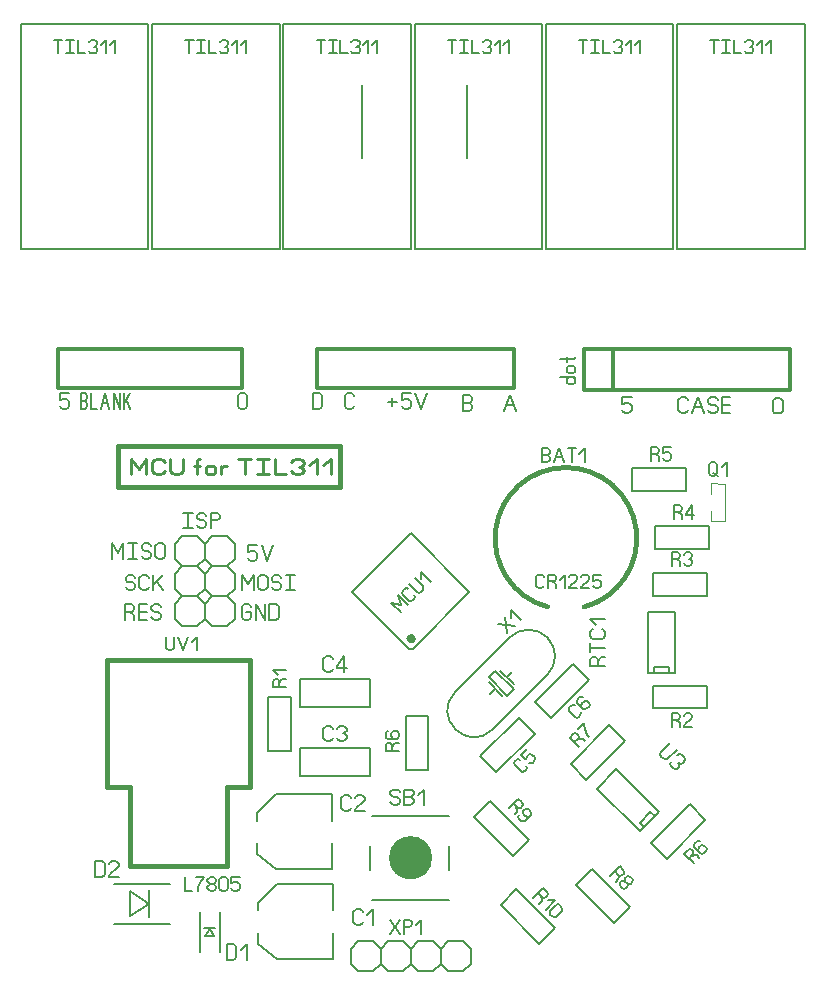
<source format=gbr>
%FSLAX34Y34*%
%MOMM*%
%LNSILK_TOP*%
G71*
G01*
%ADD10C, 0.200*%
%ADD11C, 0.167*%
%ADD12C, 0.238*%
%ADD13C, 0.144*%
%ADD14C, 0.300*%
%ADD15C, 0.150*%
%ADD16C, 0.400*%
%ADD17C, 0.100*%
%LPD*%
G54D10*
X158750Y1430275D02*
X266700Y1430275D01*
X266700Y1239775D01*
X158750Y1239775D01*
X158750Y1430275D01*
G54D11*
X532908Y1103124D02*
X532908Y1116457D01*
X537908Y1116457D01*
X539908Y1115624D01*
X540908Y1113957D01*
X540908Y1112291D01*
X539908Y1110624D01*
X537908Y1109791D01*
X539908Y1108957D01*
X540908Y1107291D01*
X540908Y1105624D01*
X539908Y1103957D01*
X537908Y1103124D01*
X532908Y1103124D01*
G54D11*
X532908Y1109791D02*
X537908Y1109791D01*
G54D11*
X567834Y1103124D02*
X572834Y1116457D01*
X577834Y1103124D01*
G54D11*
X569834Y1108124D02*
X575834Y1108124D01*
G54D11*
X723471Y1104036D02*
X722471Y1102370D01*
X720471Y1101536D01*
X718471Y1101536D01*
X716471Y1102370D01*
X715471Y1104036D01*
X715471Y1112370D01*
X716471Y1114036D01*
X718471Y1114870D01*
X720471Y1114870D01*
X722471Y1114036D01*
X723471Y1112370D01*
G54D11*
X727138Y1101536D02*
X732138Y1114870D01*
X737138Y1101536D01*
G54D11*
X729138Y1106536D02*
X735138Y1106536D01*
G54D11*
X740805Y1104036D02*
X741805Y1102370D01*
X743805Y1101536D01*
X745805Y1101536D01*
X747805Y1102370D01*
X748805Y1104036D01*
X748805Y1105703D01*
X747805Y1107370D01*
X745805Y1108203D01*
X743805Y1108203D01*
X741805Y1109036D01*
X740805Y1110703D01*
X740805Y1112370D01*
X741805Y1114036D01*
X743805Y1114870D01*
X745805Y1114870D01*
X747805Y1114036D01*
X748805Y1112370D01*
G54D11*
X759472Y1101536D02*
X752472Y1101536D01*
X752472Y1114870D01*
X759472Y1114870D01*
G54D11*
X752472Y1108203D02*
X759472Y1108203D01*
G54D11*
X440896Y1107212D02*
X439896Y1105545D01*
X437896Y1104712D01*
X435896Y1104712D01*
X433896Y1105545D01*
X432896Y1107212D01*
X432896Y1115545D01*
X433896Y1117212D01*
X435896Y1118045D01*
X437896Y1118045D01*
X439896Y1117212D01*
X440896Y1115545D01*
G54D11*
X405908Y1104712D02*
X405908Y1118045D01*
X410908Y1118045D01*
X412908Y1117212D01*
X413908Y1115545D01*
X413908Y1107212D01*
X412908Y1105545D01*
X410908Y1104712D01*
X405908Y1104712D01*
G54D12*
X251771Y1049149D02*
X251771Y1062482D01*
X258438Y1054149D01*
X265104Y1062482D01*
X265104Y1049149D01*
G54D12*
X280438Y1051649D02*
X279104Y1049982D01*
X276438Y1049149D01*
X273771Y1049149D01*
X271104Y1049982D01*
X269771Y1051649D01*
X269771Y1059982D01*
X271104Y1061649D01*
X273771Y1062482D01*
X276438Y1062482D01*
X279104Y1061649D01*
X280438Y1059982D01*
G54D12*
X285105Y1062482D02*
X285105Y1051649D01*
X286438Y1049982D01*
X289105Y1049149D01*
X291772Y1049149D01*
X294438Y1049982D01*
X295772Y1051649D01*
X295772Y1062482D01*
G54D12*
X308040Y1049149D02*
X308040Y1061649D01*
X309373Y1062482D01*
X310706Y1061982D01*
G54D12*
X305373Y1056649D02*
X310706Y1056649D01*
G54D12*
X323373Y1051149D02*
X323373Y1054482D01*
X322040Y1056149D01*
X319373Y1056649D01*
X316706Y1056149D01*
X315373Y1054482D01*
X315373Y1051149D01*
X316706Y1049482D01*
X319373Y1049149D01*
X322040Y1049482D01*
X323373Y1051149D01*
G54D12*
X328040Y1049149D02*
X328040Y1056649D01*
G54D12*
X328040Y1054982D02*
X330707Y1056649D01*
X333373Y1056649D01*
G54D12*
X348307Y1049149D02*
X348307Y1062482D01*
G54D12*
X342974Y1062482D02*
X353641Y1062482D01*
G54D12*
X358308Y1049149D02*
X368975Y1049149D01*
G54D12*
X363641Y1049149D02*
X363641Y1062482D01*
G54D12*
X358308Y1062482D02*
X368975Y1062482D01*
G54D12*
X373642Y1062482D02*
X373642Y1049149D01*
X382975Y1049149D01*
G54D12*
X387642Y1059982D02*
X388975Y1061649D01*
X391642Y1062482D01*
X394309Y1062482D01*
X396975Y1061649D01*
X398309Y1059982D01*
X398309Y1058316D01*
X396975Y1056649D01*
X394309Y1055816D01*
X396975Y1054982D01*
X398309Y1053316D01*
X398309Y1051649D01*
X396975Y1049982D01*
X394309Y1049149D01*
X391642Y1049149D01*
X388975Y1049982D01*
X387642Y1051649D01*
G54D12*
X402976Y1057482D02*
X409643Y1062482D01*
X409643Y1049149D01*
G54D12*
X414310Y1057482D02*
X420977Y1062482D01*
X420977Y1049149D01*
G54D11*
X803640Y1111576D02*
X803640Y1103243D01*
X802640Y1101576D01*
X800640Y1100743D01*
X798640Y1100743D01*
X796640Y1101576D01*
X795640Y1103243D01*
X795640Y1111576D01*
X796640Y1113243D01*
X798640Y1114076D01*
X800640Y1114076D01*
X802640Y1113243D01*
X803640Y1111576D01*
G54D11*
X675846Y1114870D02*
X667846Y1114870D01*
X667846Y1109036D01*
X668846Y1109036D01*
X670846Y1109870D01*
X672846Y1109870D01*
X674846Y1109036D01*
X675846Y1107370D01*
X675846Y1104036D01*
X674846Y1102370D01*
X672846Y1101536D01*
X670846Y1101536D01*
X668846Y1102370D01*
X667846Y1104036D01*
G54D10*
X487633Y901750D02*
X439549Y949833D01*
X489047Y999331D01*
X538544Y949833D01*
X490461Y901750D01*
X487633Y901750D01*
G54D10*
G75*
G01X492372Y910085D02*
G03X492372Y910085I-3175J0D01*
G01*
G36*
G75*
G01X492372Y910085D02*
G03X492372Y910085I-3175J0D01*
G01*
G37*
X492372Y910085D01*
G54D13*
X480283Y932465D02*
X472112Y940636D01*
X480283Y938594D01*
X478241Y946765D01*
X486412Y938594D01*
G54D13*
X492030Y947276D02*
X492438Y945642D01*
X491723Y943905D01*
X490498Y942680D01*
X488761Y941965D01*
X487127Y942373D01*
X482020Y947480D01*
X481612Y949114D01*
X482327Y950851D01*
X483552Y952076D01*
X485289Y952791D01*
X486923Y952383D01*
G54D13*
X487638Y956162D02*
X494277Y949523D01*
X495911Y949114D01*
X497647Y949829D01*
X498873Y951055D01*
X499588Y952791D01*
X499179Y954425D01*
X492540Y961064D01*
G54D13*
X497851Y960247D02*
X497851Y966375D01*
X506022Y958204D01*
G54D10*
G75*
G01X604448Y879373D02*
G03X572628Y911193I-15910J15910D01*
G01*
G54D10*
G75*
G01X526666Y865231D02*
G03X558486Y833411I15910J-15910D01*
G01*
G54D10*
X604448Y879373D02*
X558486Y833411D01*
G54D10*
X526666Y865231D02*
X572628Y911193D01*
G54D10*
X574749Y881494D02*
X570507Y877252D01*
G54D10*
X576164Y871595D02*
X564850Y882908D01*
G54D10*
X566264Y861695D02*
X554950Y873009D01*
G54D10*
X560607Y867352D02*
X556365Y863109D01*
G54D10*
X576164Y867352D02*
X570507Y861695D01*
X554950Y877252D01*
X560607Y882908D01*
X576164Y867352D01*
G54D13*
X562442Y922676D02*
X576742Y920633D01*
G54D13*
X570613Y914505D02*
X568570Y928804D01*
G54D13*
X573882Y927988D02*
X573882Y934116D01*
X582053Y925945D01*
G54D10*
X593690Y829574D02*
X561136Y797020D01*
X547666Y810491D01*
X580219Y843044D01*
X593690Y829574D01*
G54D13*
X586754Y802608D02*
X587162Y800974D01*
X586448Y799238D01*
X585222Y798012D01*
X583486Y797297D01*
X581851Y797706D01*
X576744Y802812D01*
X576336Y804447D01*
X577051Y806183D01*
X578277Y807409D01*
X580013Y808124D01*
X581647Y807715D01*
G54D13*
X587265Y816397D02*
X582362Y811494D01*
X585937Y807919D01*
X586550Y808532D01*
X587265Y810268D01*
X588490Y811494D01*
X590227Y812209D01*
X591861Y811800D01*
X593904Y809758D01*
X594312Y808124D01*
X593597Y806387D01*
X592372Y805162D01*
X590635Y804447D01*
X589001Y804855D01*
G54D10*
X639798Y875394D02*
X607245Y842841D01*
X593774Y856311D01*
X626328Y888865D01*
X639798Y875394D01*
G54D13*
X632862Y848427D02*
X633271Y846793D01*
X632556Y845056D01*
X631330Y843831D01*
X629594Y843116D01*
X627959Y843524D01*
X622853Y848631D01*
X622444Y850266D01*
X623159Y852002D01*
X624385Y853228D01*
X626121Y853942D01*
X627755Y853534D01*
G54D13*
X634905Y860683D02*
X633271Y861092D01*
X631534Y860377D01*
X630308Y859151D01*
X629594Y857415D01*
X630002Y855781D01*
X632556Y853227D01*
X633066Y852717D01*
X633883Y855577D01*
X635109Y856802D01*
X636845Y857517D01*
X638480Y857109D01*
X640012Y855577D01*
X640420Y853942D01*
X639705Y852206D01*
X638480Y850980D01*
X636743Y850266D01*
X635109Y850674D01*
X632556Y853227D01*
G54D11*
X469408Y1110545D02*
X477408Y1110545D01*
G54D11*
X473408Y1113878D02*
X473408Y1107212D01*
G54D11*
X489076Y1118045D02*
X481076Y1118045D01*
X481076Y1112212D01*
X482076Y1112212D01*
X484076Y1113045D01*
X486076Y1113045D01*
X488076Y1112212D01*
X489076Y1110545D01*
X489076Y1107212D01*
X488076Y1105545D01*
X486076Y1104712D01*
X484076Y1104712D01*
X482076Y1105545D01*
X481076Y1107212D01*
G54D11*
X492742Y1118045D02*
X497742Y1104712D01*
X502742Y1118045D01*
G54D10*
X447675Y1377888D02*
X447675Y1317562D01*
G36*
X448675Y1377888D02*
X446675Y1377888D01*
X446675Y1378888D01*
X448675Y1378888D01*
X448675Y1377888D01*
G37*
G36*
X446675Y1317562D02*
X448675Y1317562D01*
X448675Y1316562D01*
X446675Y1316562D01*
X446675Y1317562D01*
G37*
G54D10*
X536575Y1377888D02*
X536575Y1317562D01*
G36*
X537575Y1377888D02*
X535575Y1377888D01*
X535575Y1378888D01*
X537575Y1378888D01*
X537575Y1377888D01*
G37*
G36*
X535575Y1317562D02*
X537575Y1317562D01*
X537575Y1316562D01*
X535575Y1316562D01*
X535575Y1317562D01*
G37*
G54D14*
X190500Y1155700D02*
X346075Y1155700D01*
X346075Y1122362D01*
X190500Y1122362D01*
X190500Y1155700D01*
G54D14*
X635794Y1155700D02*
X809625Y1155700D01*
X809625Y1120775D01*
X635794Y1120775D01*
X635794Y1155700D01*
G54D14*
X409575Y1155700D02*
X576262Y1155700D01*
X576262Y1122362D01*
X409575Y1122362D01*
X409575Y1155700D01*
G54D11*
X209564Y1104712D02*
X209564Y1118045D01*
X212897Y1118045D01*
X214230Y1117212D01*
X214897Y1115545D01*
X214897Y1113878D01*
X214230Y1112212D01*
X212897Y1111378D01*
X214230Y1110545D01*
X214897Y1108878D01*
X214897Y1107212D01*
X214230Y1105545D01*
X212897Y1104712D01*
X209564Y1104712D01*
G54D11*
X209564Y1111378D02*
X212897Y1111378D01*
G54D11*
X218564Y1118045D02*
X218564Y1104712D01*
X223230Y1104712D01*
G54D11*
X226898Y1104712D02*
X230231Y1118045D01*
X233564Y1104712D01*
G54D11*
X228231Y1109712D02*
X232231Y1109712D01*
G54D11*
X237232Y1104712D02*
X237232Y1118045D01*
X242565Y1104712D01*
X242565Y1118045D01*
G54D11*
X246232Y1104712D02*
X246232Y1118045D01*
G54D11*
X246232Y1108878D02*
X251565Y1118045D01*
G54D11*
X248232Y1111378D02*
X251565Y1104712D01*
G54D11*
X350408Y1115545D02*
X350408Y1107211D01*
X349408Y1105545D01*
X347408Y1104711D01*
X345408Y1104711D01*
X343408Y1105545D01*
X342408Y1107211D01*
X342408Y1115545D01*
X343408Y1117211D01*
X345408Y1118045D01*
X347408Y1118045D01*
X349408Y1117211D01*
X350408Y1115545D01*
G54D11*
X199596Y1118045D02*
X191596Y1118045D01*
X191596Y1112211D01*
X192596Y1112211D01*
X194596Y1113045D01*
X196596Y1113045D01*
X198596Y1112211D01*
X199596Y1110545D01*
X199596Y1107211D01*
X198596Y1105545D01*
X196596Y1104711D01*
X194596Y1104711D01*
X192596Y1105545D01*
X191596Y1107211D01*
G54D10*
X422838Y702319D02*
X422838Y680094D01*
G54D10*
X422838Y702319D02*
X375213Y702319D01*
X359338Y686444D01*
X359338Y680094D01*
G54D10*
X359338Y661044D02*
X359424Y651876D01*
X375213Y638819D01*
X422924Y638779D01*
X422838Y661044D01*
G54D11*
X448348Y670185D02*
X447348Y668518D01*
X445348Y667685D01*
X443348Y667685D01*
X441348Y668518D01*
X440348Y670185D01*
X440348Y678518D01*
X441348Y680185D01*
X443348Y681018D01*
X445348Y681018D01*
X447348Y680185D01*
X448348Y678518D01*
G54D11*
X452015Y676018D02*
X457015Y681018D01*
X457015Y667685D01*
G54D10*
X251265Y675165D02*
X251265Y696596D01*
X267140Y685484D01*
X251265Y675165D01*
G54D10*
X267537Y674768D02*
X267537Y696993D01*
G54D10*
X237309Y668908D02*
X284934Y668908D01*
G54D10*
X284934Y702246D02*
X237309Y702245D01*
G54D11*
X221885Y708621D02*
X221885Y721955D01*
X226885Y721955D01*
X228885Y721121D01*
X229885Y719455D01*
X229885Y711121D01*
X228885Y709455D01*
X226885Y708621D01*
X221885Y708621D01*
G54D11*
X241552Y708621D02*
X233552Y708621D01*
X233552Y709455D01*
X234552Y711121D01*
X240552Y716121D01*
X241552Y717788D01*
X241552Y719455D01*
X240552Y721121D01*
X238552Y721955D01*
X236552Y721955D01*
X234552Y721121D01*
X233552Y719455D01*
G54D10*
X310198Y644992D02*
X310198Y678330D01*
G54D10*
X322501Y658090D02*
X314563Y658090D01*
X318532Y664440D01*
X322501Y658090D01*
G54D10*
X322898Y664836D02*
X314166Y664836D01*
G54D10*
X327264Y644992D02*
X327263Y678330D01*
G54D11*
X333173Y638126D02*
X333173Y651459D01*
X338173Y651459D01*
X340173Y650626D01*
X341173Y648959D01*
X341173Y640626D01*
X340173Y638959D01*
X338173Y638126D01*
X333173Y638126D01*
G54D11*
X344840Y646459D02*
X349840Y651459D01*
X349840Y638126D01*
G54D10*
X327025Y971550D02*
X333425Y971550D01*
X339725Y977850D01*
X339725Y990650D01*
X333425Y996950D01*
X320625Y996950D01*
X314325Y990650D01*
X314325Y977850D01*
X320625Y971550D01*
X327025Y971550D01*
G54D10*
X301625Y971550D02*
X308025Y971550D01*
X314325Y977850D01*
X314325Y990650D01*
X308025Y996950D01*
X295225Y996950D01*
X288925Y990650D01*
X288925Y977850D01*
X295225Y971550D01*
X301625Y971550D01*
G54D10*
X327025Y946150D02*
X333425Y946150D01*
X339725Y952450D01*
X339725Y965250D01*
X333425Y971550D01*
X320625Y971550D01*
X314325Y965250D01*
X314325Y952450D01*
X320625Y946150D01*
X327025Y946150D01*
G54D10*
X301625Y946150D02*
X308025Y946150D01*
X314325Y952450D01*
X314325Y965250D01*
X308025Y971550D01*
X295225Y971550D01*
X288925Y965250D01*
X288925Y952450D01*
X295225Y946150D01*
X301625Y946150D01*
G54D10*
X327025Y920750D02*
X333425Y920750D01*
X339725Y927050D01*
X339725Y939850D01*
X333425Y946150D01*
X320625Y946150D01*
X314325Y939850D01*
X314325Y927050D01*
X320625Y920750D01*
X327025Y920750D01*
G54D10*
X301625Y920750D02*
X308025Y920750D01*
X314325Y927050D01*
X314325Y939850D01*
X308025Y946150D01*
X295225Y946150D01*
X288925Y939850D01*
X288925Y927050D01*
X295225Y920750D01*
X301625Y920750D01*
G54D15*
X682567Y747035D02*
X698830Y763299D01*
X662697Y799432D01*
X646434Y783169D01*
X682567Y747035D01*
G54D15*
X686102Y750571D02*
X695295Y759763D01*
X691759Y763299D01*
X682567Y754106D01*
X686102Y750571D01*
G54D11*
X708218Y821695D02*
X700558Y814035D01*
X700086Y812149D01*
X700911Y810146D01*
X702326Y808731D01*
X704329Y807906D01*
X706215Y808378D01*
X713875Y816038D01*
G54D11*
X714700Y811677D02*
X716586Y812149D01*
X718589Y811324D01*
X720003Y809910D01*
X720828Y807906D01*
X720357Y806020D01*
X719178Y804842D01*
X717293Y804371D01*
X715289Y805196D01*
X716114Y803192D01*
X715643Y801306D01*
X714464Y800128D01*
X712579Y799656D01*
X710575Y800481D01*
X709161Y801896D01*
X708336Y803899D01*
X708808Y805785D01*
G54D10*
X692395Y737356D02*
X724948Y769910D01*
X738419Y756439D01*
X705865Y723886D01*
X692395Y737356D01*
G54D13*
X726777Y726304D02*
X729637Y727121D01*
X731271Y726712D01*
X733314Y724670D01*
G54D13*
X728411Y719767D02*
X720240Y727938D01*
X723304Y731002D01*
X725040Y731717D01*
X726675Y731309D01*
X727696Y730287D01*
X728105Y728653D01*
X727390Y726917D01*
X724325Y723853D01*
G54D13*
X733824Y738458D02*
X732190Y738867D01*
X730454Y738152D01*
X729228Y736926D01*
X728513Y735190D01*
X728922Y733556D01*
X731475Y731002D01*
X731986Y730491D01*
X732803Y733351D01*
X734028Y734577D01*
X735765Y735292D01*
X737399Y734883D01*
X738931Y733351D01*
X739340Y731717D01*
X738625Y729981D01*
X737399Y728755D01*
X735663Y728040D01*
X734028Y728449D01*
X731475Y731002D01*
G54D10*
X387307Y860730D02*
X387306Y814693D01*
X368256Y814692D01*
X368256Y860730D01*
X387307Y860730D01*
G54D13*
X377727Y872644D02*
X379172Y875244D01*
X380616Y876110D01*
X383505Y876110D01*
G54D13*
X383505Y869177D02*
X371949Y869177D01*
X371949Y873510D01*
X372672Y875244D01*
X374116Y876110D01*
X375561Y876110D01*
X377005Y875244D01*
X377727Y873510D01*
X377727Y869177D01*
G54D13*
X376283Y879288D02*
X371949Y883621D01*
X383505Y883621D01*
G54D16*
G75*
G01X635800Y936999D02*
G03X604742Y936999I-15529J57956D01*
G01*
G54D15*
X689528Y881365D02*
X712528Y881365D01*
X712528Y932465D01*
X689528Y932465D01*
X689528Y881365D01*
G54D15*
X694528Y881365D02*
X707528Y881365D01*
X707528Y886365D01*
X694528Y886365D01*
X694528Y881365D01*
G54D11*
X647049Y890740D02*
X648715Y893740D01*
X650382Y894740D01*
X653715Y894740D01*
G54D11*
X653715Y886740D02*
X640382Y886740D01*
X640382Y891740D01*
X641215Y893740D01*
X642882Y894740D01*
X644549Y894740D01*
X646215Y893740D01*
X647049Y891740D01*
X647049Y886740D01*
G54D11*
X653715Y902407D02*
X640382Y902407D01*
G54D11*
X640382Y898407D02*
X640382Y906407D01*
G54D11*
X651215Y918074D02*
X652882Y917074D01*
X653715Y915074D01*
X653715Y913074D01*
X652882Y911074D01*
X651215Y910074D01*
X642882Y910074D01*
X641215Y911074D01*
X640382Y913074D01*
X640382Y915074D01*
X641215Y917074D01*
X642882Y918074D01*
G54D11*
X645382Y921741D02*
X640382Y926741D01*
X653715Y926741D01*
G54D16*
X231775Y892175D02*
X352425Y892175D01*
X352425Y784225D01*
X333375Y784225D01*
X333375Y717550D01*
X250825Y717550D01*
X250825Y784225D01*
X231775Y784225D01*
X231775Y892175D01*
G54D13*
X281550Y911780D02*
X281550Y902392D01*
X282416Y900947D01*
X284150Y900225D01*
X285883Y900225D01*
X287616Y900947D01*
X288483Y902392D01*
X288483Y911780D01*
G54D13*
X291661Y911780D02*
X295994Y900225D01*
X300327Y911780D01*
G54D13*
X303506Y907447D02*
X307839Y911780D01*
X307839Y900225D01*
G54D13*
X297425Y708130D02*
X297425Y696575D01*
X303491Y696575D01*
G54D13*
X306670Y708130D02*
X313603Y708130D01*
X312736Y706686D01*
X311003Y704519D01*
X309270Y701630D01*
X308403Y699464D01*
X308403Y696575D01*
G54D13*
X321114Y702353D02*
X319381Y702353D01*
X317647Y703075D01*
X316781Y704519D01*
X316781Y705964D01*
X317647Y707408D01*
X319381Y708130D01*
X321114Y708130D01*
X322847Y707408D01*
X323714Y705964D01*
X323714Y704519D01*
X322847Y703075D01*
X321114Y702353D01*
X322847Y701630D01*
X323714Y700186D01*
X323714Y698742D01*
X322847Y697297D01*
X321114Y696575D01*
X319381Y696575D01*
X317647Y697297D01*
X316781Y698742D01*
X316781Y700186D01*
X317647Y701630D01*
X319381Y702353D01*
G54D13*
X333825Y705964D02*
X333825Y698742D01*
X332958Y697297D01*
X331225Y696575D01*
X329492Y696575D01*
X327758Y697297D01*
X326892Y698742D01*
X326892Y705964D01*
X327758Y707408D01*
X329492Y708130D01*
X331225Y708130D01*
X332958Y707408D01*
X333825Y705964D01*
G54D13*
X343936Y708130D02*
X337003Y708130D01*
X337003Y703075D01*
X337869Y703075D01*
X339603Y703797D01*
X341336Y703797D01*
X343069Y703075D01*
X343936Y701630D01*
X343936Y698742D01*
X343069Y697297D01*
X341336Y696575D01*
X339603Y696575D01*
X337869Y697297D01*
X337003Y698742D01*
G54D10*
X422192Y778251D02*
X422192Y756026D01*
G54D10*
X422192Y778251D02*
X374566Y778251D01*
X358692Y762376D01*
X358692Y756026D01*
G54D10*
X358692Y736976D02*
X358777Y727808D01*
X374566Y714751D01*
X422277Y714711D01*
X422192Y736976D01*
G54D11*
X438176Y766755D02*
X437176Y765088D01*
X435176Y764255D01*
X433176Y764255D01*
X431176Y765088D01*
X430176Y766755D01*
X430176Y775088D01*
X431176Y776755D01*
X433176Y777588D01*
X435176Y777588D01*
X437176Y776755D01*
X438176Y775088D01*
G54D11*
X449843Y764255D02*
X441843Y764255D01*
X441843Y765088D01*
X442843Y766755D01*
X448843Y771755D01*
X449843Y773422D01*
X449843Y775088D01*
X448843Y776755D01*
X446843Y777588D01*
X444843Y777588D01*
X442843Y776755D01*
X441843Y775088D01*
G54D10*
X624132Y804031D02*
X656686Y836585D01*
X670156Y823114D01*
X637603Y790561D01*
X624132Y804031D01*
G54D13*
X629939Y824729D02*
X632799Y825546D01*
X634433Y825137D01*
X636476Y823095D01*
G54D13*
X631573Y818192D02*
X623402Y826363D01*
X626467Y829427D01*
X628203Y830142D01*
X629837Y829734D01*
X630858Y828712D01*
X631267Y827078D01*
X630552Y825342D01*
X627488Y822278D01*
G54D13*
X630552Y833513D02*
X635455Y838415D01*
X635863Y836781D01*
X636170Y834023D01*
X636987Y830755D01*
X637906Y828610D01*
X639949Y826567D01*
G54D10*
X642008Y715121D02*
X674562Y682567D01*
X661091Y669097D01*
X628538Y701650D01*
X642008Y715121D01*
G54D13*
X664087Y710789D02*
X664904Y707929D01*
X664495Y706295D01*
X662452Y704252D01*
G54D13*
X657550Y709155D02*
X665721Y717326D01*
X668785Y714262D01*
X669500Y712525D01*
X669091Y710891D01*
X668070Y709870D01*
X666436Y709461D01*
X664700Y710176D01*
X661635Y713240D01*
G54D13*
X671849Y703027D02*
X670623Y704252D01*
X669908Y705989D01*
X670317Y707623D01*
X671338Y708644D01*
X672973Y709053D01*
X674709Y708338D01*
X675935Y707112D01*
X676650Y705376D01*
X676241Y703742D01*
X675220Y702720D01*
X673585Y702312D01*
X671849Y703027D01*
X672564Y701290D01*
X672156Y699656D01*
X671134Y698635D01*
X669500Y698226D01*
X667764Y698941D01*
X666538Y700167D01*
X665823Y701903D01*
X666232Y703537D01*
X667253Y704559D01*
X668887Y704967D01*
X670623Y704252D01*
G54D10*
X578364Y697729D02*
X610917Y665176D01*
X597447Y651705D01*
X564893Y684259D01*
X578364Y697729D01*
G54D13*
X599320Y692274D02*
X600137Y689415D01*
X599728Y687780D01*
X597686Y685738D01*
G54D13*
X592783Y690640D02*
X600954Y698811D01*
X604018Y695747D01*
X604733Y694011D01*
X604325Y692377D01*
X603303Y691355D01*
X601669Y690947D01*
X599933Y691662D01*
X596869Y694726D01*
G54D13*
X605040Y688598D02*
X611168Y688598D01*
X602997Y680427D01*
G54D13*
X616785Y679916D02*
X611678Y674809D01*
X610044Y674400D01*
X608308Y675116D01*
X607082Y676341D01*
X606367Y678078D01*
X606776Y679712D01*
X611883Y684819D01*
X613517Y685227D01*
X615253Y684512D01*
X616479Y683286D01*
X617194Y681550D01*
X616785Y679916D01*
G54D10*
X693749Y870159D02*
X739787Y870159D01*
X739787Y851109D01*
X693749Y851109D01*
X693749Y870159D01*
G54D13*
X713421Y841207D02*
X716021Y839763D01*
X716887Y838318D01*
X716887Y835430D01*
G54D13*
X709954Y835430D02*
X709954Y846985D01*
X714287Y846985D01*
X716021Y846263D01*
X716887Y844818D01*
X716887Y843374D01*
X716021Y841930D01*
X714287Y841207D01*
X709954Y841207D01*
G54D13*
X726998Y835430D02*
X720065Y835430D01*
X720065Y836152D01*
X720932Y837596D01*
X726132Y841930D01*
X726998Y843374D01*
X726998Y844818D01*
X726132Y846263D01*
X724398Y846985D01*
X722665Y846985D01*
X720932Y846263D01*
X720065Y844818D01*
G54D10*
X693749Y965409D02*
X739787Y965409D01*
X739787Y946359D01*
X693749Y946359D01*
X693749Y965409D01*
G54D13*
X713421Y977732D02*
X716021Y976288D01*
X716887Y974843D01*
X716887Y971955D01*
G54D13*
X709954Y971955D02*
X709954Y983510D01*
X714287Y983510D01*
X716021Y982788D01*
X716887Y981343D01*
X716887Y979899D01*
X716021Y978455D01*
X714287Y977732D01*
X709954Y977732D01*
G54D13*
X720065Y981343D02*
X720932Y982788D01*
X722665Y983510D01*
X724398Y983510D01*
X726132Y982788D01*
X726998Y981343D01*
X726998Y979899D01*
X726132Y978455D01*
X724398Y977732D01*
X726132Y977010D01*
X726998Y975566D01*
X726998Y974121D01*
X726132Y972677D01*
X724398Y971955D01*
X722665Y971955D01*
X720932Y972677D01*
X720065Y974121D01*
G54D10*
X503497Y844583D02*
X503497Y798545D01*
X484447Y798545D01*
X484447Y844583D01*
X503497Y844583D01*
G54D13*
X473280Y818396D02*
X474724Y820996D01*
X476169Y821863D01*
X479058Y821863D01*
G54D13*
X479058Y814930D02*
X467502Y814930D01*
X467502Y819263D01*
X468224Y820996D01*
X469669Y821863D01*
X471113Y821863D01*
X472558Y820996D01*
X473280Y819263D01*
X473280Y814930D01*
G54D13*
X469669Y831974D02*
X468224Y831107D01*
X467502Y829374D01*
X467502Y827640D01*
X468224Y825907D01*
X469669Y825040D01*
X473280Y825040D01*
X474002Y825040D01*
X472558Y827640D01*
X472558Y829374D01*
X473280Y831107D01*
X474724Y831974D01*
X476891Y831974D01*
X478335Y831107D01*
X479058Y829374D01*
X479058Y827640D01*
X478335Y825907D01*
X476891Y825040D01*
X473280Y825040D01*
G54D11*
X358886Y989076D02*
X350886Y989076D01*
X350886Y983243D01*
X351886Y983243D01*
X353886Y984076D01*
X355886Y984076D01*
X357886Y983243D01*
X358886Y981576D01*
X358886Y978243D01*
X357886Y976576D01*
X355886Y975743D01*
X353886Y975743D01*
X351886Y976576D01*
X350886Y978243D01*
G54D11*
X362553Y989076D02*
X367553Y975743D01*
X372553Y989076D01*
G54D11*
X349791Y932499D02*
X353791Y932499D01*
X353791Y928332D01*
X352791Y926666D01*
X350791Y925832D01*
X348791Y925832D01*
X346791Y926666D01*
X345791Y928332D01*
X345791Y936666D01*
X346791Y938332D01*
X348791Y939166D01*
X350791Y939166D01*
X352791Y938332D01*
X353791Y936666D01*
G54D11*
X357458Y925832D02*
X357458Y939166D01*
X365458Y925832D01*
X365458Y939166D01*
G54D11*
X369125Y925832D02*
X369125Y939166D01*
X374125Y939166D01*
X376125Y938332D01*
X377125Y936666D01*
X377125Y928332D01*
X376125Y926666D01*
X374125Y925832D01*
X369125Y925832D01*
G54D11*
X247539Y953496D02*
X248539Y951830D01*
X250539Y950996D01*
X252539Y950996D01*
X254539Y951830D01*
X255539Y953496D01*
X255539Y955163D01*
X254539Y956830D01*
X252539Y957663D01*
X250539Y957663D01*
X248539Y958496D01*
X247539Y960163D01*
X247539Y961830D01*
X248539Y963496D01*
X250539Y964330D01*
X252539Y964330D01*
X254539Y963496D01*
X255539Y961830D01*
G54D11*
X267206Y953496D02*
X266206Y951830D01*
X264206Y950996D01*
X262206Y950996D01*
X260206Y951830D01*
X259206Y953496D01*
X259206Y961830D01*
X260206Y963496D01*
X262206Y964330D01*
X264206Y964330D01*
X266206Y963496D01*
X267206Y961830D01*
G54D11*
X270873Y950996D02*
X270873Y964330D01*
G54D11*
X270873Y955163D02*
X278873Y964330D01*
G54D11*
X273873Y957663D02*
X278873Y950996D01*
G54D11*
X250924Y932473D02*
X253924Y930806D01*
X254924Y929140D01*
X254924Y925806D01*
G54D11*
X246924Y925806D02*
X246924Y939140D01*
X251924Y939140D01*
X253924Y938306D01*
X254924Y936640D01*
X254924Y934973D01*
X253924Y933306D01*
X251924Y932473D01*
X246924Y932473D01*
G54D11*
X265591Y925806D02*
X258591Y925806D01*
X258591Y939140D01*
X265591Y939140D01*
G54D11*
X258591Y932473D02*
X265591Y932473D01*
G54D11*
X269258Y928306D02*
X270258Y926640D01*
X272258Y925806D01*
X274258Y925806D01*
X276258Y926640D01*
X277258Y928306D01*
X277258Y929973D01*
X276258Y931640D01*
X274258Y932473D01*
X272258Y932473D01*
X270258Y933306D01*
X269258Y934973D01*
X269258Y936640D01*
X270258Y938306D01*
X272258Y939140D01*
X274258Y939140D01*
X276258Y938306D01*
X277258Y936640D01*
G54D11*
X296227Y1003494D02*
X304227Y1003494D01*
G54D11*
X300227Y1003494D02*
X300227Y1016827D01*
G54D11*
X296227Y1016827D02*
X304227Y1016827D01*
G54D11*
X307894Y1005994D02*
X308894Y1004327D01*
X310894Y1003494D01*
X312894Y1003494D01*
X314894Y1004327D01*
X315894Y1005994D01*
X315894Y1007660D01*
X314894Y1009327D01*
X312894Y1010160D01*
X310894Y1010160D01*
X308894Y1010994D01*
X307894Y1012660D01*
X307894Y1014327D01*
X308894Y1015994D01*
X310894Y1016827D01*
X312894Y1016827D01*
X314894Y1015994D01*
X315894Y1014327D01*
G54D11*
X319561Y1003494D02*
X319561Y1016827D01*
X324561Y1016827D01*
X326561Y1015994D01*
X327561Y1014327D01*
X327561Y1012660D01*
X326561Y1010994D01*
X324561Y1010160D01*
X319561Y1010160D01*
G54D10*
X450850Y654050D02*
X444450Y654050D01*
X438150Y647750D01*
X438150Y634950D01*
X444450Y628650D01*
X457250Y628650D01*
X463550Y634950D01*
X463550Y647750D01*
X457250Y654050D01*
X450850Y654050D01*
G54D10*
X476250Y654050D02*
X469850Y654050D01*
X463550Y647750D01*
X463550Y634950D01*
X469850Y628650D01*
X482650Y628650D01*
X488950Y634950D01*
X488950Y647750D01*
X482650Y654050D01*
X476250Y654050D01*
G54D10*
X501650Y654050D02*
X495250Y654050D01*
X488950Y647750D01*
X488950Y634950D01*
X495250Y628650D01*
X508050Y628650D01*
X514350Y634950D01*
X514350Y647750D01*
X508050Y654050D01*
X501650Y654050D01*
G54D10*
X527050Y654050D02*
X520650Y654050D01*
X514350Y647750D01*
X514350Y634950D01*
X520650Y628650D01*
X533450Y628650D01*
X539750Y634950D01*
X539750Y647750D01*
X533450Y654050D01*
X527050Y654050D01*
G54D13*
X471281Y671968D02*
X479948Y660412D01*
G54D13*
X471281Y660412D02*
X479948Y671968D01*
G54D13*
X483126Y660412D02*
X483126Y671968D01*
X487460Y671968D01*
X489193Y671246D01*
X490060Y669801D01*
X490060Y668357D01*
X489193Y666912D01*
X487460Y666190D01*
X483126Y666190D01*
G54D13*
X493237Y667635D02*
X497571Y671968D01*
X497571Y660412D01*
G54D10*
X521225Y688925D02*
X456225Y688925D01*
G54D10*
G75*
G01X506225Y724600D02*
G03X506225Y724600I-17500J0D01*
G01*
G36*
G75*
G01X506225Y724600D02*
G03X506225Y724600I-17500J0D01*
G01*
G37*
X506225Y724600D01*
G54D10*
X521225Y714325D02*
X521225Y734875D01*
G54D10*
X521225Y760275D02*
X456225Y760275D01*
G54D10*
X454550Y714325D02*
X454550Y734875D01*
G54D11*
X471625Y771550D02*
X472625Y769883D01*
X474625Y769050D01*
X476625Y769050D01*
X478625Y769883D01*
X479625Y771550D01*
X479625Y773217D01*
X478625Y774883D01*
X476625Y775717D01*
X474625Y775717D01*
X472625Y776550D01*
X471625Y778217D01*
X471625Y779883D01*
X472625Y781550D01*
X474625Y782383D01*
X476625Y782383D01*
X478625Y781550D01*
X479625Y779883D01*
G54D11*
X483292Y769050D02*
X483292Y782383D01*
X488292Y782383D01*
X490292Y781550D01*
X491292Y779883D01*
X491292Y778217D01*
X490292Y776550D01*
X488292Y775717D01*
X490292Y774883D01*
X491292Y773217D01*
X491292Y771550D01*
X490292Y769883D01*
X488292Y769050D01*
X483292Y769050D01*
G54D11*
X483292Y775717D02*
X488292Y775717D01*
G54D11*
X494959Y777383D02*
X499959Y782383D01*
X499959Y769050D01*
G54D13*
X190354Y1405576D02*
X190354Y1417131D01*
G54D13*
X186888Y1417131D02*
X193821Y1417131D01*
G54D13*
X196998Y1405576D02*
X203932Y1405576D01*
G54D13*
X200465Y1405576D02*
X200465Y1417131D01*
G54D13*
X196998Y1417131D02*
X203932Y1417131D01*
G54D13*
X207110Y1417131D02*
X207110Y1405576D01*
X213176Y1405576D01*
G54D13*
X216354Y1414964D02*
X217221Y1416409D01*
X218954Y1417131D01*
X220688Y1417131D01*
X222421Y1416409D01*
X223288Y1414964D01*
X223288Y1413520D01*
X222421Y1412076D01*
X220688Y1411353D01*
X222421Y1410631D01*
X223288Y1409187D01*
X223288Y1407742D01*
X222421Y1406298D01*
X220688Y1405576D01*
X218954Y1405576D01*
X217221Y1406298D01*
X216354Y1407742D01*
G54D13*
X226466Y1412798D02*
X230799Y1417131D01*
X230799Y1405576D01*
G54D13*
X233976Y1412798D02*
X238310Y1417131D01*
X238310Y1405576D01*
G54D10*
X269875Y1430275D02*
X377825Y1430275D01*
X377825Y1239775D01*
X269875Y1239775D01*
X269875Y1430275D01*
G54D13*
X301479Y1405576D02*
X301479Y1417131D01*
G54D13*
X298012Y1417131D02*
X304946Y1417131D01*
G54D13*
X308124Y1405576D02*
X315057Y1405576D01*
G54D13*
X311590Y1405576D02*
X311590Y1417131D01*
G54D13*
X308124Y1417131D02*
X315057Y1417131D01*
G54D13*
X318234Y1417131D02*
X318234Y1405576D01*
X324301Y1405576D01*
G54D13*
X327480Y1414964D02*
X328346Y1416409D01*
X330080Y1417131D01*
X331813Y1417131D01*
X333546Y1416409D01*
X334413Y1414964D01*
X334413Y1413520D01*
X333546Y1412076D01*
X331813Y1411353D01*
X333546Y1410631D01*
X334413Y1409187D01*
X334413Y1407742D01*
X333546Y1406298D01*
X331813Y1405576D01*
X330080Y1405576D01*
X328346Y1406298D01*
X327480Y1407742D01*
G54D13*
X337590Y1412798D02*
X341924Y1417131D01*
X341924Y1405576D01*
G54D13*
X345102Y1412798D02*
X349435Y1417131D01*
X349435Y1405576D01*
G54D10*
X381000Y1430275D02*
X488950Y1430275D01*
X488950Y1239775D01*
X381000Y1239775D01*
X381000Y1430275D01*
G54D13*
X412604Y1405576D02*
X412604Y1417131D01*
G54D13*
X409138Y1417131D02*
X416071Y1417131D01*
G54D13*
X419248Y1405576D02*
X426182Y1405576D01*
G54D13*
X422715Y1405576D02*
X422715Y1417131D01*
G54D13*
X419248Y1417131D02*
X426182Y1417131D01*
G54D13*
X429360Y1417131D02*
X429360Y1405576D01*
X435426Y1405576D01*
G54D13*
X438604Y1414964D02*
X439471Y1416409D01*
X441204Y1417131D01*
X442938Y1417131D01*
X444671Y1416409D01*
X445538Y1414964D01*
X445538Y1413520D01*
X444671Y1412076D01*
X442938Y1411353D01*
X444671Y1410631D01*
X445538Y1409187D01*
X445538Y1407742D01*
X444671Y1406298D01*
X442938Y1405576D01*
X441204Y1405576D01*
X439471Y1406298D01*
X438604Y1407742D01*
G54D13*
X448716Y1412798D02*
X453049Y1417131D01*
X453049Y1405576D01*
G54D13*
X456226Y1412798D02*
X460560Y1417131D01*
X460560Y1405576D01*
G54D10*
X492125Y1430275D02*
X600075Y1430275D01*
X600075Y1239775D01*
X492125Y1239775D01*
X492125Y1430275D01*
G54D13*
X523729Y1405576D02*
X523729Y1417131D01*
G54D13*
X520262Y1417131D02*
X527196Y1417131D01*
G54D13*
X530374Y1405576D02*
X537307Y1405576D01*
G54D13*
X533840Y1405576D02*
X533840Y1417131D01*
G54D13*
X530374Y1417131D02*
X537307Y1417131D01*
G54D13*
X540484Y1417131D02*
X540484Y1405576D01*
X546551Y1405576D01*
G54D13*
X549730Y1414964D02*
X550596Y1416409D01*
X552330Y1417131D01*
X554063Y1417131D01*
X555796Y1416409D01*
X556663Y1414964D01*
X556663Y1413520D01*
X555796Y1412076D01*
X554063Y1411353D01*
X555796Y1410631D01*
X556663Y1409187D01*
X556663Y1407742D01*
X555796Y1406298D01*
X554063Y1405576D01*
X552330Y1405576D01*
X550596Y1406298D01*
X549730Y1407742D01*
G54D13*
X559840Y1412798D02*
X564174Y1417131D01*
X564174Y1405576D01*
G54D13*
X567352Y1412798D02*
X571685Y1417131D01*
X571685Y1405576D01*
G54D10*
X603250Y1430275D02*
X711200Y1430275D01*
X711200Y1239775D01*
X603250Y1239775D01*
X603250Y1430275D01*
G54D13*
X634854Y1405576D02*
X634854Y1417131D01*
G54D13*
X631388Y1417131D02*
X638321Y1417131D01*
G54D13*
X641498Y1405576D02*
X648432Y1405576D01*
G54D13*
X644965Y1405576D02*
X644965Y1417131D01*
G54D13*
X641498Y1417131D02*
X648432Y1417131D01*
G54D13*
X651610Y1417131D02*
X651610Y1405576D01*
X657676Y1405576D01*
G54D13*
X660854Y1414964D02*
X661721Y1416409D01*
X663454Y1417131D01*
X665188Y1417131D01*
X666921Y1416409D01*
X667788Y1414964D01*
X667788Y1413520D01*
X666921Y1412076D01*
X665188Y1411353D01*
X666921Y1410631D01*
X667788Y1409187D01*
X667788Y1407742D01*
X666921Y1406298D01*
X665188Y1405576D01*
X663454Y1405576D01*
X661721Y1406298D01*
X660854Y1407742D01*
G54D13*
X670966Y1412798D02*
X675299Y1417131D01*
X675299Y1405576D01*
G54D13*
X678476Y1412798D02*
X682810Y1417131D01*
X682810Y1405576D01*
G54D10*
X714375Y1430275D02*
X822325Y1430275D01*
X822325Y1239775D01*
X714375Y1239775D01*
X714375Y1430275D01*
G54D13*
X745979Y1405576D02*
X745979Y1417131D01*
G54D13*
X742512Y1417131D02*
X749446Y1417131D01*
G54D13*
X752624Y1405576D02*
X759557Y1405576D01*
G54D13*
X756090Y1405576D02*
X756090Y1417131D01*
G54D13*
X752624Y1417131D02*
X759557Y1417131D01*
G54D13*
X762734Y1417131D02*
X762734Y1405576D01*
X768801Y1405576D01*
G54D13*
X771980Y1414964D02*
X772846Y1416409D01*
X774580Y1417131D01*
X776313Y1417131D01*
X778046Y1416409D01*
X778913Y1414964D01*
X778913Y1413520D01*
X778046Y1412076D01*
X776313Y1411353D01*
X778046Y1410631D01*
X778913Y1409187D01*
X778913Y1407742D01*
X778046Y1406298D01*
X776313Y1405576D01*
X774580Y1405576D01*
X772846Y1406298D01*
X771980Y1407742D01*
G54D13*
X782090Y1412798D02*
X786424Y1417131D01*
X786424Y1405576D01*
G54D13*
X789602Y1412798D02*
X793935Y1417131D01*
X793935Y1405576D01*
G54D11*
X628263Y1131340D02*
X614930Y1131340D01*
G54D11*
X622930Y1131340D02*
X621263Y1130340D01*
X620763Y1128340D01*
X621263Y1126340D01*
X622930Y1125340D01*
X626263Y1125340D01*
X627930Y1126340D01*
X628263Y1128340D01*
X627930Y1130340D01*
X626263Y1131340D01*
G54D11*
X626263Y1141007D02*
X622930Y1141007D01*
X621263Y1140007D01*
X620763Y1138007D01*
X621263Y1136007D01*
X622930Y1135007D01*
X626263Y1135007D01*
X627930Y1136007D01*
X628263Y1138007D01*
X627930Y1140007D01*
X626263Y1141007D01*
G54D11*
X614930Y1146674D02*
X627430Y1146674D01*
X628263Y1147674D01*
X627930Y1148674D01*
G54D11*
X620763Y1144674D02*
X620763Y1148674D01*
G54D10*
X676287Y1054309D02*
X722324Y1054309D01*
X722324Y1035259D01*
X676287Y1035259D01*
X676287Y1054309D01*
G54D13*
X695958Y1066632D02*
X698558Y1065188D01*
X699425Y1063743D01*
X699425Y1060855D01*
G54D13*
X692491Y1060855D02*
X692491Y1072410D01*
X696825Y1072410D01*
X698558Y1071688D01*
X699425Y1070243D01*
X699425Y1068799D01*
X698558Y1067355D01*
X696825Y1066632D01*
X692491Y1066632D01*
G54D13*
X709536Y1072410D02*
X702602Y1072410D01*
X702602Y1067355D01*
X703469Y1067355D01*
X705202Y1068077D01*
X706936Y1068077D01*
X708669Y1067355D01*
X709536Y1065910D01*
X709536Y1063021D01*
X708669Y1061577D01*
X706936Y1060855D01*
X705202Y1060855D01*
X703469Y1061577D01*
X702602Y1063021D01*
G54D10*
X695337Y1005097D02*
X741374Y1005097D01*
X741374Y986047D01*
X695337Y986047D01*
X695337Y1005097D01*
G54D13*
X715008Y1017420D02*
X717608Y1015975D01*
X718475Y1014531D01*
X718475Y1011642D01*
G54D13*
X711541Y1011642D02*
X711541Y1023198D01*
X715875Y1023198D01*
X717608Y1022475D01*
X718475Y1021031D01*
X718475Y1019586D01*
X717608Y1018142D01*
X715875Y1017420D01*
X711541Y1017420D01*
G54D13*
X726852Y1011642D02*
X726852Y1023198D01*
X721652Y1015975D01*
X721652Y1014531D01*
X728586Y1014531D01*
G54D10*
X395288Y817562D02*
X454025Y817562D01*
X454025Y793750D01*
X395288Y793750D01*
X395288Y817562D01*
G54D11*
X422926Y825662D02*
X421926Y823995D01*
X419926Y823162D01*
X417926Y823162D01*
X415926Y823995D01*
X414926Y825662D01*
X414926Y833995D01*
X415926Y835662D01*
X417926Y836495D01*
X419926Y836495D01*
X421926Y835662D01*
X422926Y833995D01*
G54D11*
X426592Y833995D02*
X427592Y835662D01*
X429592Y836495D01*
X431592Y836495D01*
X433592Y835662D01*
X434592Y833995D01*
X434592Y832329D01*
X433592Y830662D01*
X431592Y829829D01*
X433592Y828995D01*
X434592Y827329D01*
X434592Y825662D01*
X433592Y823995D01*
X431592Y823162D01*
X429592Y823162D01*
X427592Y823995D01*
X426592Y825662D01*
G54D10*
X395288Y876300D02*
X454025Y876300D01*
X454025Y852488D01*
X395288Y852488D01*
X395288Y876300D01*
G54D11*
X422926Y884400D02*
X421926Y882733D01*
X419926Y881900D01*
X417926Y881900D01*
X415926Y882733D01*
X414926Y884400D01*
X414926Y892733D01*
X415926Y894400D01*
X417926Y895233D01*
X419926Y895233D01*
X421926Y894400D01*
X422926Y892733D01*
G54D11*
X432592Y881900D02*
X432592Y895233D01*
X426592Y886900D01*
X426592Y885233D01*
X434592Y885233D01*
G54D13*
X599634Y1059594D02*
X599634Y1071150D01*
X603968Y1071150D01*
X605701Y1070427D01*
X606568Y1068983D01*
X606568Y1067538D01*
X605701Y1066094D01*
X603968Y1065372D01*
X605701Y1064650D01*
X606568Y1063205D01*
X606568Y1061761D01*
X605701Y1060316D01*
X603968Y1059594D01*
X599634Y1059594D01*
G54D13*
X599634Y1065372D02*
X603968Y1065372D01*
G54D13*
X609746Y1059594D02*
X614079Y1071150D01*
X618412Y1059594D01*
G54D13*
X611479Y1063927D02*
X616679Y1063927D01*
G54D13*
X625057Y1059594D02*
X625057Y1071150D01*
G54D13*
X621590Y1071150D02*
X628524Y1071150D01*
G54D13*
X631702Y1066816D02*
X636035Y1071150D01*
X636035Y1059594D01*
G54D13*
X601805Y954948D02*
X600939Y953504D01*
X599205Y952782D01*
X597472Y952782D01*
X595739Y953504D01*
X594872Y954948D01*
X594872Y962170D01*
X595739Y963615D01*
X597472Y964337D01*
X599205Y964337D01*
X600939Y963615D01*
X601805Y962170D01*
G54D13*
X608450Y958559D02*
X611050Y957115D01*
X611916Y955670D01*
X611916Y952782D01*
G54D13*
X604983Y952782D02*
X604983Y964337D01*
X609316Y964337D01*
X611050Y963615D01*
X611916Y962170D01*
X611916Y960726D01*
X611050Y959282D01*
X609316Y958559D01*
X604983Y958559D01*
G54D13*
X615094Y960004D02*
X619427Y964337D01*
X619427Y952782D01*
G54D13*
X629538Y952782D02*
X622605Y952782D01*
X622605Y953504D01*
X623472Y954948D01*
X628672Y959282D01*
X629538Y960726D01*
X629538Y962170D01*
X628672Y963615D01*
X626938Y964337D01*
X625205Y964337D01*
X623472Y963615D01*
X622605Y962170D01*
G54D13*
X639649Y952782D02*
X632716Y952782D01*
X632716Y953504D01*
X633583Y954948D01*
X638783Y959282D01*
X639649Y960726D01*
X639649Y962170D01*
X638783Y963615D01*
X637049Y964337D01*
X635316Y964337D01*
X633583Y963615D01*
X632716Y962170D01*
G54D13*
X649760Y964337D02*
X642827Y964337D01*
X642827Y959282D01*
X643694Y959282D01*
X645427Y960004D01*
X647160Y960004D01*
X648894Y959282D01*
X649760Y957837D01*
X649760Y954948D01*
X648894Y953504D01*
X647160Y952782D01*
X645427Y952782D01*
X643694Y953504D01*
X642827Y954948D01*
G54D10*
X556283Y772271D02*
X588837Y739717D01*
X575366Y726247D01*
X542813Y758800D01*
X556283Y772271D01*
G54D13*
X578362Y767939D02*
X579179Y765079D01*
X578770Y763445D01*
X576727Y761402D01*
G54D13*
X571825Y766305D02*
X579996Y774476D01*
X583060Y771412D01*
X583775Y769675D01*
X583366Y768041D01*
X582345Y767020D01*
X580711Y766611D01*
X578974Y767326D01*
X575910Y770390D01*
G54D13*
X580506Y760687D02*
X580098Y759053D01*
X580813Y757317D01*
X582039Y756091D01*
X583775Y755376D01*
X585409Y755785D01*
X587962Y758338D01*
X588473Y758849D01*
X585613Y759666D01*
X584388Y760892D01*
X583673Y762628D01*
X584081Y764262D01*
X585613Y765794D01*
X587248Y766203D01*
X588984Y765488D01*
X590210Y764262D01*
X590925Y762526D01*
X590516Y760892D01*
X587962Y758338D01*
G54D14*
X660400Y1155700D02*
X660400Y1120775D01*
G36*
X661900Y1155700D02*
X658900Y1155700D01*
X658900Y1157200D01*
X661900Y1157200D01*
X661900Y1155700D01*
G37*
G36*
X658900Y1120775D02*
X661900Y1120775D01*
X661900Y1119275D01*
X658900Y1119275D01*
X658900Y1120775D01*
G37*
G54D16*
X241300Y1073150D02*
X428625Y1073150D01*
X428625Y1038225D01*
X241300Y1038225D01*
X241300Y1073150D01*
G54D11*
X235638Y977576D02*
X235638Y990909D01*
X240638Y982576D01*
X245638Y990909D01*
X245638Y977576D01*
G54D11*
X249305Y977576D02*
X257305Y977576D01*
G54D11*
X253305Y977576D02*
X253305Y990909D01*
G54D11*
X249305Y990909D02*
X257305Y990909D01*
G54D11*
X260972Y980076D02*
X261972Y978409D01*
X263972Y977576D01*
X265972Y977576D01*
X267972Y978409D01*
X268972Y980076D01*
X268972Y981742D01*
X267972Y983409D01*
X265972Y984242D01*
X263972Y984242D01*
X261972Y985076D01*
X260972Y986742D01*
X260972Y988409D01*
X261972Y990076D01*
X263972Y990909D01*
X265972Y990909D01*
X267972Y990076D01*
X268972Y988409D01*
G54D11*
X280639Y988409D02*
X280639Y980076D01*
X279639Y978409D01*
X277639Y977576D01*
X275639Y977576D01*
X273639Y978409D01*
X272639Y980076D01*
X272639Y988409D01*
X273639Y990076D01*
X275639Y990909D01*
X277639Y990909D01*
X279639Y990076D01*
X280639Y988409D01*
G54D11*
X345964Y950996D02*
X345964Y964330D01*
X350964Y955996D01*
X355964Y964330D01*
X355964Y950996D01*
G54D11*
X367631Y961830D02*
X367631Y953496D01*
X366631Y951830D01*
X364631Y950996D01*
X362631Y950996D01*
X360631Y951830D01*
X359631Y953496D01*
X359631Y961830D01*
X360631Y963496D01*
X362631Y964330D01*
X364631Y964330D01*
X366631Y963496D01*
X367631Y961830D01*
G54D11*
X371298Y953496D02*
X372298Y951830D01*
X374298Y950996D01*
X376298Y950996D01*
X378298Y951830D01*
X379298Y953496D01*
X379298Y955163D01*
X378298Y956830D01*
X376298Y957663D01*
X374298Y957663D01*
X372298Y958496D01*
X371298Y960163D01*
X371298Y961830D01*
X372298Y963496D01*
X374298Y964330D01*
X376298Y964330D01*
X378298Y963496D01*
X379298Y961830D01*
G54D11*
X382965Y950996D02*
X390965Y950996D01*
G54D11*
X386965Y950996D02*
X386965Y964330D01*
G54D11*
X382965Y964330D02*
X390965Y964330D01*
G54D17*
X754894Y1041425D02*
X743049Y1041481D01*
X742988Y1032694D01*
G54D17*
X754894Y1041425D02*
X754894Y1009625D01*
X742988Y1009625D01*
X742988Y1018406D01*
G54D13*
X744885Y1050304D02*
X749219Y1048138D01*
G54D13*
X748352Y1057527D02*
X748352Y1050304D01*
X747485Y1048860D01*
X745752Y1048138D01*
X744019Y1048138D01*
X742285Y1048860D01*
X741419Y1050304D01*
X741419Y1057527D01*
X742285Y1058971D01*
X744019Y1059693D01*
X745752Y1059693D01*
X747485Y1058971D01*
X748352Y1057527D01*
G54D13*
X752397Y1055360D02*
X756730Y1059693D01*
X756730Y1048138D01*
M02*

</source>
